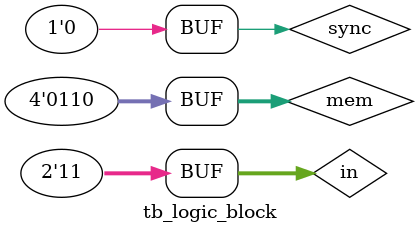
<source format=v>
module tb_logic_block();
	// Test ports
	reg clk, sync;
	reg [3:0] mem;
	reg [1:0] in;
	wire out;

	logic_block lb1(clk, in, mem, sync, out);
	initial begin
		#10 in = 2'b00; mem = 4'b1000;
		#10 sync = 1'b0;
		#10 $display("AND");
		$monitor("in = %b, out = %b",
				in, out);

		#10 in = 2'b00; mem = 4'b1000;
		// #10 in = 2'b00;
		#10 in = 2'b01;
		#10 in = 2'b10;
		#10 in = 2'b11;

		#10 $display("OR");

		#10 in = 2'b00; mem = 4'b1110;
		// #10 in = 2'b00;
		#10 in = 2'b01;
		#10 in = 2'b10;
		#10 in = 2'b11;

		#10 $display("XOR");

		#10 in = 2'b00; mem = 4'b0110;
		// #10 in = 2'b00;
		#10 in = 2'b01;
		#10 in = 2'b10;
		#10 in = 2'b11;
	end
endmodule


</source>
